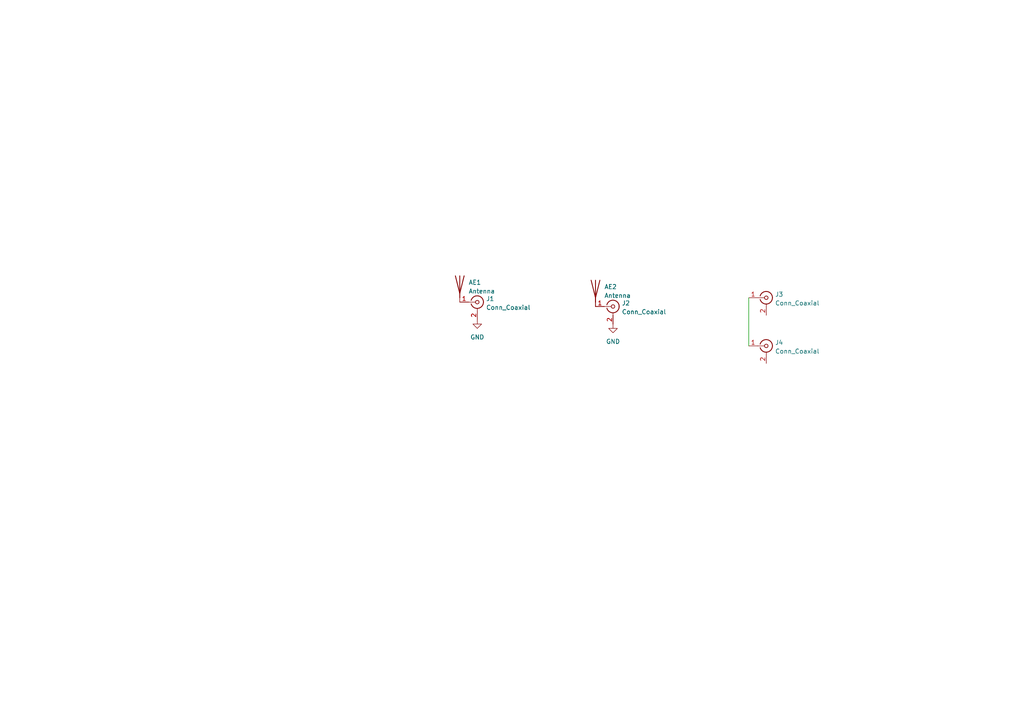
<source format=kicad_sch>
(kicad_sch (version 20211123) (generator eeschema)
  (paper "A4")
  (lib_symbols
    (symbol "Connector:Conn_Coaxial" (pin_names (offset 1.016) hide)
      (property "Reference" "J" (at 0.254 3.048 0))
      (property "Value" "Conn_Coaxial" (at 2.921 0 90))
      (symbol "Conn_Coaxial_0_1"
        (arc (start -1.778 -0.508) (mid 0.2311 -1.8066) (end 1.778 0) (stroke (width 0.254)))
        (polyline (pts (xy -2.54 0) (xy -0.508 0)))
        (polyline (pts (xy 0 -2.54) (xy 0 -1.778)))
        (circle (center 0 0) (radius 0.508) (stroke (width 0.2032)))
        (arc (start 1.778 0) (mid 0.2099 1.8101) (end -1.778 0.508) (stroke (width 0.254)))
      )
      (symbol "Conn_Coaxial_1_1"
        (pin passive line (at -5.08 0 0) (length 2.54) (name "In") (number "1"))
        (pin passive line (at 0 -5.08 90) (length 2.54) (name "Ext") (number "2"))
      )
    )
    (symbol "Device:Antenna" (pin_numbers hide) (pin_names (offset 1.016) hide)
      (property "Reference" "AE" (at -1.905 1.905 0))
      (property "Value" "Antenna" (at -1.905 0 0))
      (symbol "Antenna_0_1"
        (polyline (pts (xy 0 2.54) (xy 0 -3.81)) (stroke (width 0.254)))
        (polyline (pts (xy 1.27 2.54) (xy 0 -2.54) (xy -1.27 2.54)) (stroke (width 0.254)))
      )
      (symbol "Antenna_1_1"
        (pin input line (at 0 -5.08 90) (length 2.54) (name "A") (number "1"))
      )
    )
    (symbol "power:GND" (power) (pin_names (offset 0))
      (property "Value" "GND" (at 0 -3.81 0))
      (symbol "GND_0_1"
        (polyline (pts (xy 0 0) (xy 0 -1.27) (xy 1.27 -1.27) (xy 0 -2.54) (xy -1.27 -1.27) (xy 0 -1.27)))
      )
      (symbol "GND_1_1"
        (pin power_in line (at 0 0 270) (length 0) hide (name "GND") (number "1"))
      )
    )
  )
  (wire (pts (xy 217.17 86.36) (xy 217.17 100.33)))
  (symbol (lib_id "Connector:Conn_Coaxial") (at 177.8 88.9 0) (unit 1)
    (property "Reference" "J2" (at 180.34 87.9231 0) (effects (justify left)))
    (property "Value" "Conn_Coaxial" (at 180.34 90.4631 0) (effects (justify left)))
    (property "Footprint" "antennas:coax" (effects hide))
    (property "Datasheet" " ~" (effects hide))
  )
  (symbol (lib_id "power:GND") (at 177.8 93.98 0) (unit 1)
    (property "Reference" "#PWR0101" (effects hide))
    (property "Value" "GND" (at 177.8 99.06 0))
  )
  (symbol (lib_id "Connector:Conn_Coaxial") (at 138.43 87.63 0) (unit 1)
    (property "Reference" "J1" (at 140.97 86.6531 0) (effects (justify left)))
    (property "Value" "Conn_Coaxial" (at 140.97 89.1931 0) (effects (justify left)))
    (property "Footprint" "antennas:coax" (effects hide))
    (property "Datasheet" " ~" (effects hide))
  )
  (symbol (lib_id "power:GND") (at 138.43 92.71 0) (unit 1)
    (property "Reference" "#PWR01" (effects hide))
    (property "Value" "GND" (at 138.43 97.79 0))
  )
  (symbol (lib_id "Device:Antenna") (at 133.35 82.55 0) (unit 1)
    (property "Reference" "AE1" (at 135.89 81.9149 0) (effects (justify left)))
    (property "Value" "Antenna" (at 135.89 84.4549 0) (effects (justify left)))
    (property "Footprint" "antennas:patch_antenna_1.6ghz_cp" (effects hide))
  )
  (symbol (lib_id "Device:Antenna") (at 172.72 83.82 0) (unit 1)
    (property "Reference" "AE2" (at 175.26 83.1849 0) (effects (justify left)))
    (property "Value" "Antenna" (at 175.26 85.7249 0) (effects (justify left)))
    (property "Footprint" "antennas:patch_antenna_1.6ghz" (effects hide))
  )
  (symbol (lib_id "Connector:Conn_Coaxial") (at 222.25 86.36 0) (unit 1)
    (property "Reference" "J3" (at 224.79 85.3831 0) (effects (justify left)))
    (property "Value" "Conn_Coaxial" (at 224.79 87.9231 0) (effects (justify left)))
    (property "Footprint" "antennas:coax" (effects hide))
    (property "Datasheet" " ~" (effects hide))
  )
  (symbol (lib_id "Connector:Conn_Coaxial") (at 222.25 100.33 0) (unit 1)
    (property "Reference" "J4" (at 224.79 99.3531 0) (effects (justify left)))
    (property "Value" "Conn_Coaxial" (at 224.79 101.8931 0) (effects (justify left)))
    (property "Footprint" "antennas:coax" (effects hide))
    (property "Datasheet" " ~" (effects hide))
  )
)
</source>
